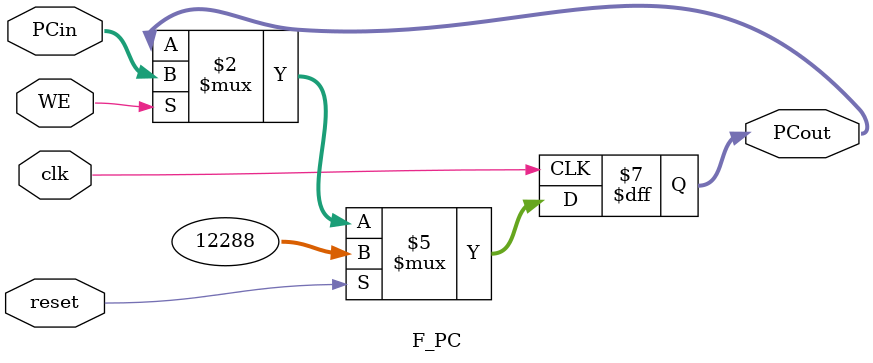
<source format=v>
module F_PC (
    input clk,
    input reset,
    input WE,
    input [31: 0] PCin,

    output reg [31: 0] PCout
);
    
  always @(posedge clk) begin
    if (reset) begin
        PCout <= 32'h00003000;
    end else if (WE) begin
        PCout <= PCin;
    end
  end

endmodule
</source>
